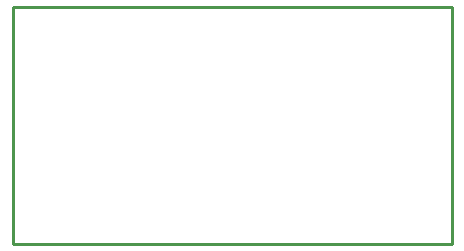
<source format=gko>
G04 Layer: BoardOutlineLayer*
G04 EasyEDA Pro v2.2.40.8, 2025-09-24 12:34:01*
G04 Gerber Generator version 0.3*
G04 Scale: 100 percent, Rotated: No, Reflected: No*
G04 Dimensions in millimeters*
G04 Leading zeros omitted, absolute positions, 4 integers and 5 decimals*
G04 Generated by custom config*
%FSLAX45Y45*%
%MOMM*%
%ADD10C,0.254*%
%ADD11C,0.0337*%
G75*


G04 Rect Start*
G54D10*
G01X0Y0D02*
G01X0Y2000000D01*
G01X-3720000Y2000000D01*
G01X-3720000Y0D01*
G01X0Y0D01*
G04 Rect End*

M02*


</source>
